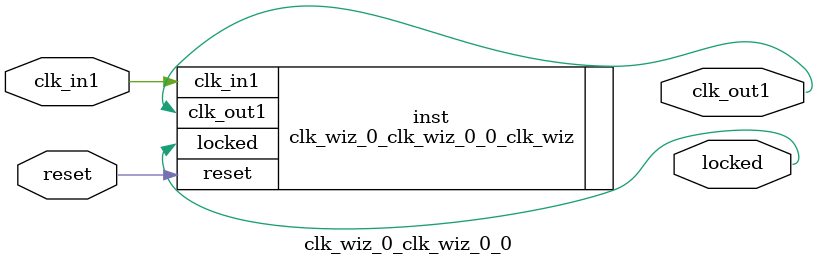
<source format=v>


`timescale 1ps/1ps

(* CORE_GENERATION_INFO = "clk_wiz_0_clk_wiz_0_0,clk_wiz_v6_0_15_0_0,{component_name=clk_wiz_0_clk_wiz_0_0,use_phase_alignment=true,use_min_o_jitter=false,use_max_i_jitter=false,use_dyn_phase_shift=false,use_inclk_switchover=false,use_dyn_reconfig=false,enable_axi=0,feedback_source=FDBK_AUTO,PRIMITIVE=MMCM,num_out_clk=1,clkin1_period=10.000,clkin2_period=10.000,use_power_down=false,use_reset=true,use_locked=true,use_inclk_stopped=false,feedback_type=SINGLE,CLOCK_MGR_TYPE=NA,manual_override=false}" *)

module clk_wiz_0_clk_wiz_0_0 
 (
  // Clock out ports
  output        clk_out1,
  // Status and control signals
  input         reset,
  output        locked,
 // Clock in ports
  input         clk_in1
 );

  clk_wiz_0_clk_wiz_0_0_clk_wiz inst
  (
  // Clock out ports  
  .clk_out1(clk_out1),
  // Status and control signals               
  .reset(reset), 
  .locked(locked),
 // Clock in ports
  .clk_in1(clk_in1)
  );

endmodule

</source>
